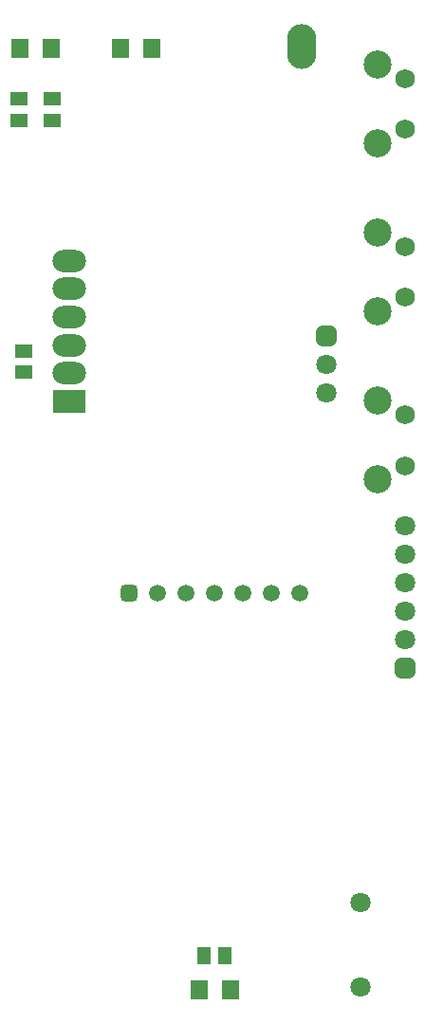
<source format=gts>
G04 #@! TF.GenerationSoftware,KiCad,Pcbnew,(6.0.9)*
G04 #@! TF.CreationDate,2023-03-26T12:40:35+02:00*
G04 #@! TF.ProjectId,Spoke,53706f6b-652e-46b6-9963-61645f706362,1*
G04 #@! TF.SameCoordinates,PX5f5e100PY5f5e100*
G04 #@! TF.FileFunction,Soldermask,Top*
G04 #@! TF.FilePolarity,Negative*
%FSLAX46Y46*%
G04 Gerber Fmt 4.6, Leading zero omitted, Abs format (unit mm)*
G04 Created by KiCad (PCBNEW (6.0.9)) date 2023-03-26 12:40:35*
%MOMM*%
%LPD*%
G01*
G04 APERTURE LIST*
G04 Aperture macros list*
%AMRoundRect*
0 Rectangle with rounded corners*
0 $1 Rounding radius*
0 $2 $3 $4 $5 $6 $7 $8 $9 X,Y pos of 4 corners*
0 Add a 4 corners polygon primitive as box body*
4,1,4,$2,$3,$4,$5,$6,$7,$8,$9,$2,$3,0*
0 Add four circle primitives for the rounded corners*
1,1,$1+$1,$2,$3*
1,1,$1+$1,$4,$5*
1,1,$1+$1,$6,$7*
1,1,$1+$1,$8,$9*
0 Add four rect primitives between the rounded corners*
20,1,$1+$1,$2,$3,$4,$5,0*
20,1,$1+$1,$4,$5,$6,$7,0*
20,1,$1+$1,$6,$7,$8,$9,0*
20,1,$1+$1,$8,$9,$2,$3,0*%
G04 Aperture macros list end*
%ADD10R,1.300000X1.500000*%
%ADD11R,1.600000X1.800000*%
%ADD12RoundRect,0.375000X-0.375000X-0.375000X0.375000X-0.375000X0.375000X0.375000X-0.375000X0.375000X0*%
%ADD13C,1.500000*%
%ADD14R,1.500000X1.300000*%
%ADD15R,3.000000X2.000000*%
%ADD16O,3.000000X2.000000*%
%ADD17C,1.750000*%
%ADD18C,2.500000*%
%ADD19C,1.800000*%
%ADD20RoundRect,0.450000X0.450000X-0.450000X0.450000X0.450000X-0.450000X0.450000X-0.450000X-0.450000X0*%
%ADD21RoundRect,0.450000X-0.450000X0.450000X-0.450000X-0.450000X0.450000X-0.450000X0.450000X0.450000X0*%
%ADD22O,2.600000X4.000000*%
G04 APERTURE END LIST*
D10*
G04 #@! TO.C,R6*
X950000Y-39000000D03*
X-950000Y-39000000D03*
G04 #@! TD*
D11*
G04 #@! TO.C,D4*
X-14600000Y42000000D03*
X-17400000Y42000000D03*
G04 #@! TD*
D12*
G04 #@! TO.C,U2*
X-7620000Y-6650000D03*
D13*
X-5080000Y-6650000D03*
X-2540000Y-6650000D03*
X0Y-6650000D03*
X2540000Y-6650000D03*
X5080000Y-6650000D03*
X7620000Y-6650000D03*
G04 #@! TD*
D14*
G04 #@! TO.C,C10*
X-17000000Y13050000D03*
X-17000000Y14950000D03*
G04 #@! TD*
D11*
G04 #@! TO.C,D3*
X-5600000Y42000000D03*
X-8400000Y42000000D03*
G04 #@! TD*
D15*
G04 #@! TO.C,U4*
X-13000000Y10500000D03*
D16*
X-13000000Y13000000D03*
X-13000000Y15500000D03*
X-13000000Y18000000D03*
X-13000000Y20500000D03*
X-13000000Y23000000D03*
G04 #@! TD*
D11*
G04 #@! TO.C,D2*
X-1400000Y-42000000D03*
X1400000Y-42000000D03*
G04 #@! TD*
D14*
G04 #@! TO.C,R13*
X-17500000Y35550000D03*
X-17500000Y37450000D03*
G04 #@! TD*
G04 #@! TO.C,R11*
X-14500000Y35550000D03*
X-14500000Y37450000D03*
G04 #@! TD*
D17*
G04 #@! TO.C,SW3*
X17000000Y4750000D03*
D18*
X14510000Y10510000D03*
D17*
X17000000Y9250000D03*
D18*
X14510000Y3500000D03*
G04 #@! TD*
D19*
G04 #@! TO.C,LS1*
X13000000Y-34200000D03*
X13000000Y-41800000D03*
G04 #@! TD*
D20*
G04 #@! TO.C,X6*
X17000000Y-13350000D03*
D19*
X17000000Y-10810000D03*
X17000000Y-8270000D03*
X17000000Y-5730000D03*
X17000000Y-3190000D03*
X17000000Y-650000D03*
G04 #@! TD*
D21*
G04 #@! TO.C,X3*
X10000000Y16290000D03*
D19*
X10000000Y13750000D03*
X10000000Y11210000D03*
G04 #@! TD*
D22*
G04 #@! TO.C,X8*
X7730000Y42100000D03*
G04 #@! TD*
D17*
G04 #@! TO.C,SW2*
X17000000Y19750000D03*
D18*
X14510000Y18500000D03*
X14510000Y25510000D03*
D17*
X17000000Y24250000D03*
G04 #@! TD*
G04 #@! TO.C,SW1*
X17000000Y34750000D03*
D18*
X14510000Y40510000D03*
D17*
X17000000Y39250000D03*
D18*
X14510000Y33500000D03*
G04 #@! TD*
M02*

</source>
